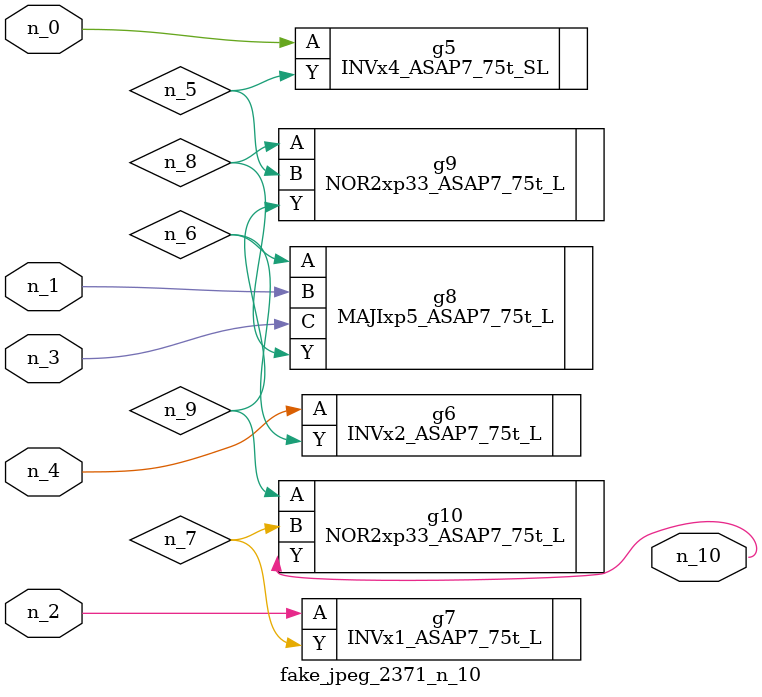
<source format=v>
module fake_jpeg_2371_n_10 (n_3, n_2, n_1, n_0, n_4, n_10);

input n_3;
input n_2;
input n_1;
input n_0;
input n_4;

output n_10;

wire n_8;
wire n_9;
wire n_6;
wire n_5;
wire n_7;

INVx4_ASAP7_75t_SL g5 ( 
.A(n_0),
.Y(n_5)
);

INVx2_ASAP7_75t_L g6 ( 
.A(n_4),
.Y(n_6)
);

INVx1_ASAP7_75t_L g7 ( 
.A(n_2),
.Y(n_7)
);

MAJIxp5_ASAP7_75t_L g8 ( 
.A(n_6),
.B(n_1),
.C(n_3),
.Y(n_8)
);

NOR2xp33_ASAP7_75t_L g9 ( 
.A(n_8),
.B(n_5),
.Y(n_9)
);

NOR2xp33_ASAP7_75t_L g10 ( 
.A(n_9),
.B(n_7),
.Y(n_10)
);


endmodule
</source>
